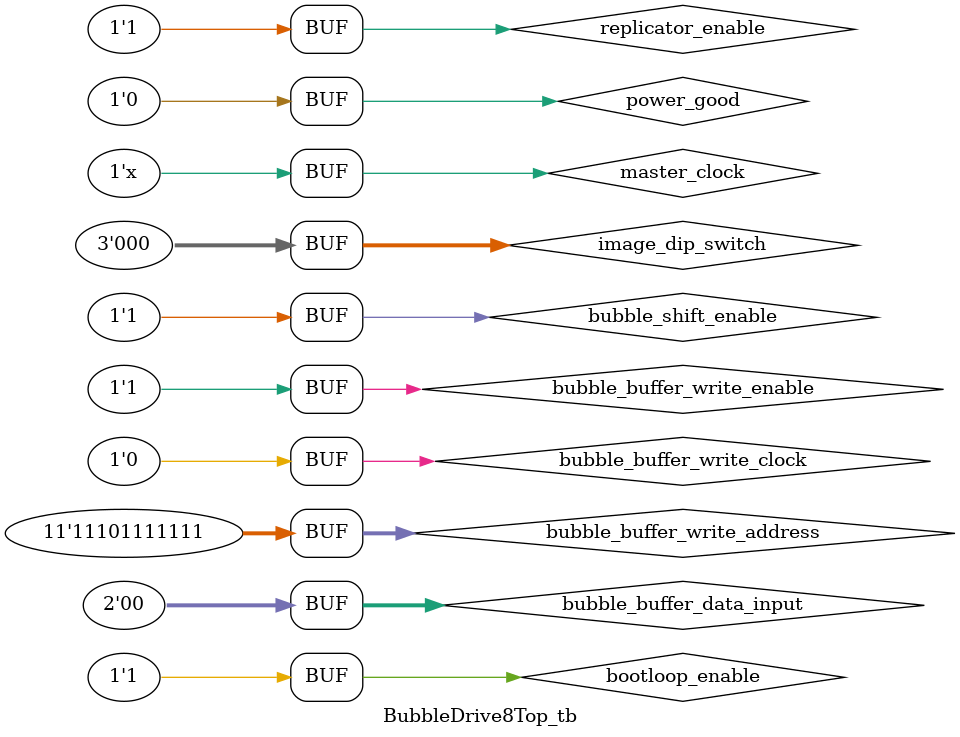
<source format=v>
`timescale 10ps/1ps
module BubbleDrive8Top_tb;

reg             master_clock = 1'b1;
wire            clock_out;

reg             bubble_shift_enable = 1'b1;
reg             replicator_enable = 1'b1;
reg             bootloop_enable = 1'b0;

reg             power_good = 1'b0;

reg     [2:0]   image_dip_switch = 3'b000;

wire            bubble_out_odd;
wire            bubble_out_even;

wire    [21:0]  start_of_page_address;
reg     [10:0]  bubble_buffer_write_address = 11'd0;
reg     [1:0]   bubble_buffer_data_input = 2'b00;
reg             bubble_buffer_write_enable = 1'b1;
reg             bubble_buffer_write_clock = 1'b0;
wire		    load_page;
wire            load_bootloader;

BubbleDrive8Top testBubbleDrive8Top
(
	.master_clock (master_clock),
    .clock_out (clock_out),

    .bubble_shift_enable (bubble_shift_enable),
    .replicator_enable (replicator_enable),
    .bootloop_enable (bootloop_enable),

    .power_good(power_good),

    .image_dip_switch(image_dip_switch),

    .bubble_out_odd(bubble_out_odd),
    .bubble_out_even(bubble_out_even),

    .start_of_page_address(start_of_page_address),
    .bubble_buffer_write_address(bubble_buffer_write_address),
    .bubble_buffer_data_input(bubble_buffer_data_input),
    .bubble_buffer_write_enable(bubble_buffer_write_enable),
    .bubble_buffer_write_clock(bubble_buffer_write_clock),
    .load_page(load_page),
    .load_bootloader(load_bootloader)
);

always #1 master_clock = ~master_clock;

initial
begin
#90000 bubble_shift_enable = 1'b0;
#4387745 bubble_shift_enable = 1'b1;
#423 bootloop_enable = 1'b1;

//181
#650000 bubble_shift_enable = 1'b0;
#1139570 replicator_enable = 1'b0;
#683 replicator_enable = 1'b1;
#673986 bubble_shift_enable = 1'b1;
//182
#75000 bubble_shift_enable = 1'b0;
#1000 replicator_enable = 1'b0;
#682 replicator_enable = 1'b1;
#673983 bubble_shift_enable = 1'b1;
//183
#75000 bubble_shift_enable = 1'b0;
#1000 replicator_enable = 1'b0;
#682 replicator_enable = 1'b1;
#673983 bubble_shift_enable = 1'b1;
//184
#75000 bubble_shift_enable = 1'b0;
#1000 replicator_enable = 1'b0;
#682 replicator_enable = 1'b1;
#673983 bubble_shift_enable = 1'b1;
//185
#75000 bubble_shift_enable = 1'b0;
#1000 replicator_enable = 1'b0;
#682 replicator_enable = 1'b1;
#673983 bubble_shift_enable = 1'b1;
//186
#75000 bubble_shift_enable = 1'b0;
#1000 replicator_enable = 1'b0;
#682 replicator_enable = 1'b1;
#673983 bubble_shift_enable = 1'b1;
//187
#75000 bubble_shift_enable = 1'b0;
#1000 replicator_enable = 1'b0;
#682 replicator_enable = 1'b1;
#673983 bubble_shift_enable = 1'b1;
//188
#75000 bubble_shift_enable = 1'b0;
#1000 replicator_enable = 1'b0;
#682 replicator_enable = 1'b1;
#673983 bubble_shift_enable = 1'b1;
//191
#75000 bubble_shift_enable = 1'b0;
#1465973 replicator_enable = 1'b0;
#682 replicator_enable = 1'b1;
#673983 bubble_shift_enable = 1'b1;
//192
#75000 bubble_shift_enable = 1'b0;
#1000 replicator_enable = 1'b0;
#682 replicator_enable = 1'b1;
#673983 bubble_shift_enable = 1'b1;
//193
#75000 bubble_shift_enable = 1'b0;
#1000 replicator_enable = 1'b0;
#682 replicator_enable = 1'b1;
#673983 bubble_shift_enable = 1'b1;
//194
#75000 bubble_shift_enable = 1'b0;
#1000 replicator_enable = 1'b0;
#682 replicator_enable = 1'b1;
#673983 bubble_shift_enable = 1'b1;
//195
#75000 bubble_shift_enable = 1'b0;
#1000 replicator_enable = 1'b0;
#682 replicator_enable = 1'b1;
#673983 bubble_shift_enable = 1'b1;
//196
#75000 bubble_shift_enable = 1'b0;
#1000 replicator_enable = 1'b0;
#682 replicator_enable = 1'b1;
#673983 bubble_shift_enable = 1'b1;
//197
#75000 bubble_shift_enable = 1'b0;
#1000 replicator_enable = 1'b0;
#682 replicator_enable = 1'b1;
#673983 bubble_shift_enable = 1'b1;
//198
#75000 bubble_shift_enable = 1'b0;
#1000 replicator_enable = 1'b0;
#682 replicator_enable = 1'b1;
#673983 bubble_shift_enable = 1'b1;
//199
#75000 bubble_shift_enable = 1'b0;
#1000 replicator_enable = 1'b0;
#682 replicator_enable = 1'b1;
#673983 bubble_shift_enable = 1'b1;
//19A
#75000 bubble_shift_enable = 1'b0;
#1000 replicator_enable = 1'b0;
#682 replicator_enable = 1'b1;
#673983 bubble_shift_enable = 1'b1;
//19B
#75000 bubble_shift_enable = 1'b0;
#1000 replicator_enable = 1'b0;
#682 replicator_enable = 1'b1;
#673983 bubble_shift_enable = 1'b1;
//19C
#75000 bubble_shift_enable = 1'b0;
#1000 replicator_enable = 1'b0;
#682 replicator_enable = 1'b1;
#673983 bubble_shift_enable = 1'b1;
//191
#75000 bubble_shift_enable = 1'b0;
#1745338 replicator_enable = 1'b0;
#682 replicator_enable = 1'b1;
#673983 bubble_shift_enable = 1'b1;
//192
#75000 bubble_shift_enable = 1'b0;
#1000 replicator_enable = 1'b0;
#682 replicator_enable = 1'b1;
#673983 bubble_shift_enable = 1'b1;
//193
#75000 bubble_shift_enable = 1'b0;
#1000 replicator_enable = 1'b0;
#682 replicator_enable = 1'b1;
#673983 bubble_shift_enable = 1'b1;
//194
#75000 bubble_shift_enable = 1'b0;
#1000 replicator_enable = 1'b0;
#682 replicator_enable = 1'b1;
#673983 bubble_shift_enable = 1'b1;
//195
#75000 bubble_shift_enable = 1'b0;
#1000 replicator_enable = 1'b0;
#682 replicator_enable = 1'b1;
#673983 bubble_shift_enable = 1'b1;
//196
#75000 bubble_shift_enable = 1'b0;
#1000 replicator_enable = 1'b0;
#682 replicator_enable = 1'b1;
#673983 bubble_shift_enable = 1'b1;
//197
#75000 bubble_shift_enable = 1'b0;
#1000 replicator_enable = 1'b0;
#682 replicator_enable = 1'b1;
#673983 bubble_shift_enable = 1'b1;
//198
#75000 bubble_shift_enable = 1'b0;
#1000 replicator_enable = 1'b0;
#682 replicator_enable = 1'b1;
#673983 bubble_shift_enable = 1'b1;
//199
#75000 bubble_shift_enable = 1'b0;
#1000 replicator_enable = 1'b0;
#682 replicator_enable = 1'b1;
#673983 bubble_shift_enable = 1'b1;
//19A
#75000 bubble_shift_enable = 1'b0;
#1000 replicator_enable = 1'b0;
#682 replicator_enable = 1'b1;
#673983 bubble_shift_enable = 1'b1;
//19B
#75000 bubble_shift_enable = 1'b0;
#1000 replicator_enable = 1'b0;
#682 replicator_enable = 1'b1;
#673983 bubble_shift_enable = 1'b1;
//19C
#75000 bubble_shift_enable = 1'b0;
#1000 replicator_enable = 1'b0;
#682 replicator_enable = 1'b1;
#673983 bubble_shift_enable = 1'b1;
//101
#75000 bubble_shift_enable = 1'b0;
#997494 replicator_enable = 1'b0;
#682 replicator_enable = 1'b1;
#673983 bubble_shift_enable = 1'b1;
//102
#75000 bubble_shift_enable = 1'b0;
#1000 replicator_enable = 1'b0;
#682 replicator_enable = 1'b1;
#673983 bubble_shift_enable = 1'b1;
//103
#75000 bubble_shift_enable = 1'b0;
#1000 replicator_enable = 1'b0;
#682 replicator_enable = 1'b1;
#673983 bubble_shift_enable = 1'b1;
//104
#75000 bubble_shift_enable = 1'b0;
#1000 replicator_enable = 1'b0;
#682 replicator_enable = 1'b1;
#673983 bubble_shift_enable = 1'b1;
//105
#75000 bubble_shift_enable = 1'b0;
#1000 replicator_enable = 1'b0;
#682 replicator_enable = 1'b1;
#673983 bubble_shift_enable = 1'b1;
//106
#75000 bubble_shift_enable = 1'b0;
#1000 replicator_enable = 1'b0;
#682 replicator_enable = 1'b1;
#673983 bubble_shift_enable = 1'b1;
//107
#75000 bubble_shift_enable = 1'b0;
#1000 replicator_enable = 1'b0;
#682 replicator_enable = 1'b1;
#673983 bubble_shift_enable = 1'b1;
//108
#75000 bubble_shift_enable = 1'b0;
#1000 replicator_enable = 1'b0;
#682 replicator_enable = 1'b1;
#673983 bubble_shift_enable = 1'b1;
//109
#75000 bubble_shift_enable = 1'b0;
#1000 replicator_enable = 1'b0;
#682 replicator_enable = 1'b1;
#673983 bubble_shift_enable = 1'b1;
//10A
#75000 bubble_shift_enable = 1'b0;
#1000 replicator_enable = 1'b0;
#682 replicator_enable = 1'b1;
#673983 bubble_shift_enable = 1'b1;
//10B
#75000 bubble_shift_enable = 1'b0;
#1000 replicator_enable = 1'b0;
#682 replicator_enable = 1'b1;
#673983 bubble_shift_enable = 1'b1;
//10C
#75000 bubble_shift_enable = 1'b0;
#1000 replicator_enable = 1'b0;
#682 replicator_enable = 1'b1;
#673983 bubble_shift_enable = 1'b1;
//10D
#75000 bubble_shift_enable = 1'b0;
#1000 replicator_enable = 1'b0;
#682 replicator_enable = 1'b1;
#673983 bubble_shift_enable = 1'b1;
//10E
#75000 bubble_shift_enable = 1'b0;
#1000 replicator_enable = 1'b0;
#682 replicator_enable = 1'b1;
#673983 bubble_shift_enable = 1'b1;
//10F
#75000 bubble_shift_enable = 1'b0;
#1000 replicator_enable = 1'b0;
#682 replicator_enable = 1'b1;
#673983 bubble_shift_enable = 1'b1;
//110
#75000 bubble_shift_enable = 1'b0;
#1000 replicator_enable = 1'b0;
#682 replicator_enable = 1'b1;
#673983 bubble_shift_enable = 1'b1;
//101
#75000 bubble_shift_enable = 1'b0;
#1012850 replicator_enable = 1'b0;
#682 replicator_enable = 1'b1;
#673983 bubble_shift_enable = 1'b1;
//102
#75000 bubble_shift_enable = 1'b0;
#1000 replicator_enable = 1'b0;
#682 replicator_enable = 1'b1;
#673983 bubble_shift_enable = 1'b1;
//103
#75000 bubble_shift_enable = 1'b0;
#1000 replicator_enable = 1'b0;
#682 replicator_enable = 1'b1;
#673983 bubble_shift_enable = 1'b1;
//104
#75000 bubble_shift_enable = 1'b0;
#1000 replicator_enable = 1'b0;
#682 replicator_enable = 1'b1;
#673983 bubble_shift_enable = 1'b1;






end

initial
begin
#10 bubble_buffer_write_enable = 1'b0;

#1bubble_buffer_data_input = 2'b11;
bubble_buffer_write_address = 11'd0;
#1 bubble_buffer_write_clock = 1'b1;
#1 bubble_buffer_write_clock = 1'b0;

#1bubble_buffer_data_input = 2'b10;
bubble_buffer_write_address = 11'd1;
#1 bubble_buffer_write_clock = 1'b1;
#1 bubble_buffer_write_clock = 1'b0;

#1bubble_buffer_data_input = 2'b01;
bubble_buffer_write_address = 11'd2;
#1 bubble_buffer_write_clock = 1'b1;
#1 bubble_buffer_write_clock = 1'b0;

#1bubble_buffer_data_input = 2'b00;
bubble_buffer_write_address = 11'd3;
#1 bubble_buffer_write_clock = 1'b1;
#1 bubble_buffer_write_clock = 1'b0;

#1bubble_buffer_data_input = 2'b11;
bubble_buffer_write_address = 11'd511;
#1 bubble_buffer_write_clock = 1'b1;
#1 bubble_buffer_write_clock = 1'b0;

#1bubble_buffer_data_input = 2'b11;
bubble_buffer_write_address = 11'd1023;
#1 bubble_buffer_write_clock = 1'b1;
#1 bubble_buffer_write_clock = 1'b0;

#1bubble_buffer_data_input = 2'b11;
bubble_buffer_write_address = 11'd1417;
#1 bubble_buffer_write_clock = 1'b1;
#1 bubble_buffer_write_clock = 1'b0;

#1bubble_buffer_data_input = 2'b00;
bubble_buffer_write_address = 11'd1918;
#1 bubble_buffer_write_clock = 1'b1;
#1 bubble_buffer_write_clock = 1'b0;

#1bubble_buffer_data_input = 2'b00;
bubble_buffer_write_address = 11'd1919;
#1 bubble_buffer_write_clock = 1'b1;
#1 bubble_buffer_write_clock = 1'b0;

#10 bubble_buffer_write_enable = 1'b1;
end

//480
//10000ns
//1333.333ns

endmodule

</source>
